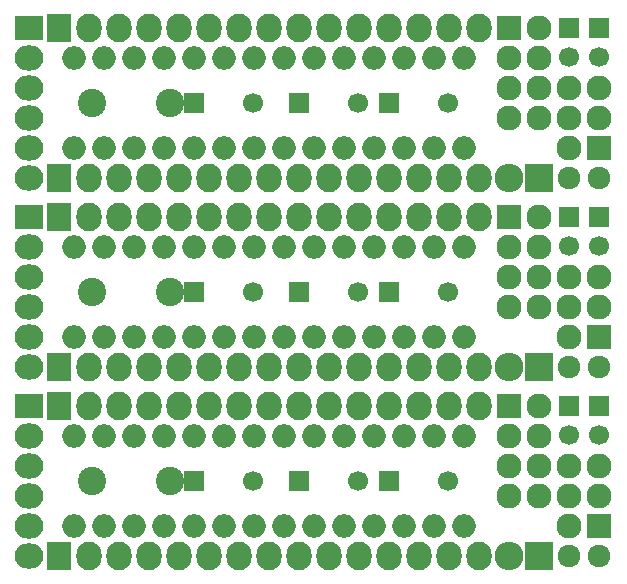
<source format=gbs>
G04 #@! TF.FileFunction,Soldermask,Bot*
%FSLAX46Y46*%
G04 Gerber Fmt 4.6, Leading zero omitted, Abs format (unit mm)*
G04 Created by KiCad (PCBNEW 4.0.0-rc2-stable) date 20/11/2015 20:33:50*
%MOMM*%
G01*
G04 APERTURE LIST*
%ADD10C,0.100000*%
%ADD11R,2.127200X2.432000*%
%ADD12O,2.127200X2.432000*%
%ADD13R,2.127200X2.127200*%
%ADD14O,2.127200X2.127200*%
%ADD15R,2.432000X2.432000*%
%ADD16O,2.432000X2.432000*%
%ADD17R,1.700000X1.700000*%
%ADD18C,1.700000*%
%ADD19C,2.398980*%
%ADD20O,2.000000X2.000000*%
%ADD21R,2.432000X2.127200*%
%ADD22O,2.432000X2.127200*%
%ADD23C,1.924000*%
G04 APERTURE END LIST*
D10*
D11*
X199390000Y-132080000D03*
D12*
X201930000Y-132080000D03*
X204470000Y-132080000D03*
X207010000Y-132080000D03*
X209550000Y-132080000D03*
X212090000Y-132080000D03*
X214630000Y-132080000D03*
X217170000Y-132080000D03*
X219710000Y-132080000D03*
X222250000Y-132080000D03*
X224790000Y-132080000D03*
X227330000Y-132080000D03*
X229870000Y-132080000D03*
X232410000Y-132080000D03*
X234950000Y-132080000D03*
D13*
X237490000Y-132080000D03*
D14*
X240030000Y-132080000D03*
X237490000Y-134620000D03*
X240030000Y-134620000D03*
X237490000Y-137160000D03*
X240030000Y-137160000D03*
X237490000Y-139700000D03*
X240030000Y-139700000D03*
D15*
X240030000Y-128778000D03*
D16*
X237490000Y-128778000D03*
D13*
X237490000Y-116078000D03*
D14*
X240030000Y-116078000D03*
X237490000Y-118618000D03*
X240030000Y-118618000D03*
X237490000Y-121158000D03*
X240030000Y-121158000D03*
X237490000Y-123698000D03*
X240030000Y-123698000D03*
D17*
X245110000Y-116078000D03*
D18*
X245110000Y-118578000D03*
D13*
X245110000Y-126238000D03*
D14*
X242570000Y-126238000D03*
X245110000Y-123698000D03*
X242570000Y-123698000D03*
X245110000Y-121158000D03*
X242570000Y-121158000D03*
D19*
X202184000Y-122428000D03*
X208788000Y-122428000D03*
D17*
X242570000Y-116078000D03*
D18*
X242570000Y-118578000D03*
D11*
X199390000Y-128778000D03*
D12*
X201930000Y-128778000D03*
X204470000Y-128778000D03*
X207010000Y-128778000D03*
X209550000Y-128778000D03*
X212090000Y-128778000D03*
X214630000Y-128778000D03*
X217170000Y-128778000D03*
X219710000Y-128778000D03*
X222250000Y-128778000D03*
X224790000Y-128778000D03*
X227330000Y-128778000D03*
X229870000Y-128778000D03*
X232410000Y-128778000D03*
X234950000Y-128778000D03*
D20*
X200660000Y-126238000D03*
X203200000Y-126238000D03*
X205740000Y-126238000D03*
X208280000Y-126238000D03*
X210820000Y-126238000D03*
X213360000Y-126238000D03*
X215900000Y-126238000D03*
X218440000Y-126238000D03*
X220980000Y-126238000D03*
X223520000Y-126238000D03*
X226060000Y-126238000D03*
X228600000Y-126238000D03*
X231140000Y-126238000D03*
X233680000Y-126238000D03*
X233680000Y-118618000D03*
X231140000Y-118618000D03*
X228600000Y-118618000D03*
X226060000Y-118618000D03*
X223520000Y-118618000D03*
X220980000Y-118618000D03*
X218440000Y-118618000D03*
X215900000Y-118618000D03*
X213360000Y-118618000D03*
X210820000Y-118618000D03*
X208280000Y-118618000D03*
X205740000Y-118618000D03*
X203200000Y-118618000D03*
X200660000Y-118618000D03*
D11*
X199390000Y-116078000D03*
D12*
X201930000Y-116078000D03*
X204470000Y-116078000D03*
X207010000Y-116078000D03*
X209550000Y-116078000D03*
X212090000Y-116078000D03*
X214630000Y-116078000D03*
X217170000Y-116078000D03*
X219710000Y-116078000D03*
X222250000Y-116078000D03*
X224790000Y-116078000D03*
X227330000Y-116078000D03*
X229870000Y-116078000D03*
X232410000Y-116078000D03*
X234950000Y-116078000D03*
D21*
X196850000Y-116078000D03*
D22*
X196850000Y-118618000D03*
X196850000Y-121158000D03*
X196850000Y-123698000D03*
X196850000Y-126238000D03*
X196850000Y-128778000D03*
D17*
X227330000Y-122428000D03*
D18*
X232330000Y-122428000D03*
D17*
X219710000Y-122428000D03*
D18*
X224710000Y-122428000D03*
D17*
X210820000Y-122428000D03*
D18*
X215820000Y-122428000D03*
D23*
X242570000Y-128778000D03*
X245110000Y-128778000D03*
D15*
X240030000Y-144780000D03*
D16*
X237490000Y-144780000D03*
D13*
X237490000Y-132080000D03*
D14*
X240030000Y-132080000D03*
X237490000Y-134620000D03*
X240030000Y-134620000D03*
X237490000Y-137160000D03*
X240030000Y-137160000D03*
X237490000Y-139700000D03*
X240030000Y-139700000D03*
D17*
X245110000Y-132080000D03*
D18*
X245110000Y-134580000D03*
D13*
X245110000Y-142240000D03*
D14*
X242570000Y-142240000D03*
X245110000Y-139700000D03*
X242570000Y-139700000D03*
X245110000Y-137160000D03*
X242570000Y-137160000D03*
D19*
X202184000Y-138430000D03*
X208788000Y-138430000D03*
D17*
X242570000Y-132080000D03*
D18*
X242570000Y-134580000D03*
D11*
X199390000Y-144780000D03*
D12*
X201930000Y-144780000D03*
X204470000Y-144780000D03*
X207010000Y-144780000D03*
X209550000Y-144780000D03*
X212090000Y-144780000D03*
X214630000Y-144780000D03*
X217170000Y-144780000D03*
X219710000Y-144780000D03*
X222250000Y-144780000D03*
X224790000Y-144780000D03*
X227330000Y-144780000D03*
X229870000Y-144780000D03*
X232410000Y-144780000D03*
X234950000Y-144780000D03*
D20*
X200660000Y-142240000D03*
X203200000Y-142240000D03*
X205740000Y-142240000D03*
X208280000Y-142240000D03*
X210820000Y-142240000D03*
X213360000Y-142240000D03*
X215900000Y-142240000D03*
X218440000Y-142240000D03*
X220980000Y-142240000D03*
X223520000Y-142240000D03*
X226060000Y-142240000D03*
X228600000Y-142240000D03*
X231140000Y-142240000D03*
X233680000Y-142240000D03*
X233680000Y-134620000D03*
X231140000Y-134620000D03*
X228600000Y-134620000D03*
X226060000Y-134620000D03*
X223520000Y-134620000D03*
X220980000Y-134620000D03*
X218440000Y-134620000D03*
X215900000Y-134620000D03*
X213360000Y-134620000D03*
X210820000Y-134620000D03*
X208280000Y-134620000D03*
X205740000Y-134620000D03*
X203200000Y-134620000D03*
X200660000Y-134620000D03*
D11*
X199390000Y-132080000D03*
D12*
X201930000Y-132080000D03*
X204470000Y-132080000D03*
X207010000Y-132080000D03*
X209550000Y-132080000D03*
X212090000Y-132080000D03*
X214630000Y-132080000D03*
X217170000Y-132080000D03*
X219710000Y-132080000D03*
X222250000Y-132080000D03*
X224790000Y-132080000D03*
X227330000Y-132080000D03*
X229870000Y-132080000D03*
X232410000Y-132080000D03*
X234950000Y-132080000D03*
D21*
X196850000Y-132080000D03*
D22*
X196850000Y-134620000D03*
X196850000Y-137160000D03*
X196850000Y-139700000D03*
X196850000Y-142240000D03*
X196850000Y-144780000D03*
D17*
X227330000Y-138430000D03*
D18*
X232330000Y-138430000D03*
D17*
X219710000Y-138430000D03*
D18*
X224710000Y-138430000D03*
D17*
X210820000Y-138430000D03*
D18*
X215820000Y-138430000D03*
D23*
X242570000Y-144780000D03*
X245110000Y-144780000D03*
D15*
X240030000Y-112776000D03*
D16*
X237490000Y-112776000D03*
D13*
X237490000Y-100076000D03*
D14*
X240030000Y-100076000D03*
X237490000Y-102616000D03*
X240030000Y-102616000D03*
X237490000Y-105156000D03*
X240030000Y-105156000D03*
X237490000Y-107696000D03*
X240030000Y-107696000D03*
D17*
X245110000Y-100076000D03*
D18*
X245110000Y-102576000D03*
D13*
X245110000Y-110236000D03*
D14*
X242570000Y-110236000D03*
X245110000Y-107696000D03*
X242570000Y-107696000D03*
X245110000Y-105156000D03*
X242570000Y-105156000D03*
D19*
X202184000Y-106426000D03*
X208788000Y-106426000D03*
D17*
X242570000Y-100076000D03*
D18*
X242570000Y-102576000D03*
D11*
X199390000Y-112776000D03*
D12*
X201930000Y-112776000D03*
X204470000Y-112776000D03*
X207010000Y-112776000D03*
X209550000Y-112776000D03*
X212090000Y-112776000D03*
X214630000Y-112776000D03*
X217170000Y-112776000D03*
X219710000Y-112776000D03*
X222250000Y-112776000D03*
X224790000Y-112776000D03*
X227330000Y-112776000D03*
X229870000Y-112776000D03*
X232410000Y-112776000D03*
X234950000Y-112776000D03*
D20*
X200660000Y-110236000D03*
X203200000Y-110236000D03*
X205740000Y-110236000D03*
X208280000Y-110236000D03*
X210820000Y-110236000D03*
X213360000Y-110236000D03*
X215900000Y-110236000D03*
X218440000Y-110236000D03*
X220980000Y-110236000D03*
X223520000Y-110236000D03*
X226060000Y-110236000D03*
X228600000Y-110236000D03*
X231140000Y-110236000D03*
X233680000Y-110236000D03*
X233680000Y-102616000D03*
X231140000Y-102616000D03*
X228600000Y-102616000D03*
X226060000Y-102616000D03*
X223520000Y-102616000D03*
X220980000Y-102616000D03*
X218440000Y-102616000D03*
X215900000Y-102616000D03*
X213360000Y-102616000D03*
X210820000Y-102616000D03*
X208280000Y-102616000D03*
X205740000Y-102616000D03*
X203200000Y-102616000D03*
X200660000Y-102616000D03*
D11*
X199390000Y-100076000D03*
D12*
X201930000Y-100076000D03*
X204470000Y-100076000D03*
X207010000Y-100076000D03*
X209550000Y-100076000D03*
X212090000Y-100076000D03*
X214630000Y-100076000D03*
X217170000Y-100076000D03*
X219710000Y-100076000D03*
X222250000Y-100076000D03*
X224790000Y-100076000D03*
X227330000Y-100076000D03*
X229870000Y-100076000D03*
X232410000Y-100076000D03*
X234950000Y-100076000D03*
D21*
X196850000Y-100076000D03*
D22*
X196850000Y-102616000D03*
X196850000Y-105156000D03*
X196850000Y-107696000D03*
X196850000Y-110236000D03*
X196850000Y-112776000D03*
D17*
X227330000Y-106426000D03*
D18*
X232330000Y-106426000D03*
D17*
X219710000Y-106426000D03*
D18*
X224710000Y-106426000D03*
D17*
X210820000Y-106426000D03*
D18*
X215820000Y-106426000D03*
D23*
X242570000Y-112776000D03*
X245110000Y-112776000D03*
M02*

</source>
